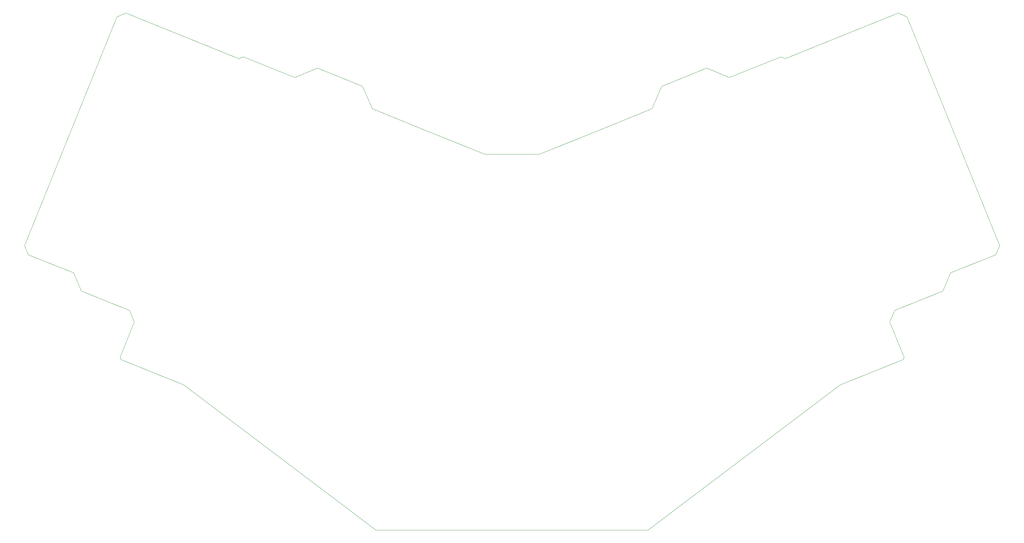
<source format=gbr>
G04 #@! TF.GenerationSoftware,KiCad,Pcbnew,(5.1.4)-1*
G04 #@! TF.CreationDate,2023-05-25T13:29:14-04:00*
G04 #@! TF.ProjectId,ThumbsUp,5468756d-6273-4557-902e-6b696361645f,rev?*
G04 #@! TF.SameCoordinates,Original*
G04 #@! TF.FileFunction,Profile,NP*
%FSLAX46Y46*%
G04 Gerber Fmt 4.6, Leading zero omitted, Abs format (unit mm)*
G04 Created by KiCad (PCBNEW (5.1.4)-1) date 2023-05-25 13:29:14*
%MOMM*%
%LPD*%
G04 APERTURE LIST*
%ADD10C,0.050000*%
G04 APERTURE END LIST*
D10*
X134684133Y-163563809D02*
X150315867Y-163563809D01*
X141500000Y-271700000D02*
X143500000Y-271700000D01*
X103390808Y-271716377D02*
X141500000Y-271700000D01*
X86489237Y-138699134D02*
X99469811Y-143943626D01*
X31392118Y-122909661D02*
X28788537Y-124014816D01*
X86489237Y-138699134D02*
X79980285Y-141462020D01*
X18487507Y-202900104D02*
X32395264Y-208519203D01*
X29932324Y-222623597D02*
X48012409Y-229928425D01*
X16277198Y-197692942D02*
X18487507Y-202900104D01*
X99469811Y-143943626D02*
X102232698Y-150452578D01*
X29656035Y-221972702D02*
X29932324Y-222623597D01*
X32395264Y-208519203D02*
X33776708Y-211773679D01*
X117994823Y-156820890D02*
X134684133Y-163563809D01*
X65145343Y-135468315D02*
X79980285Y-141462020D01*
X2191469Y-189844869D02*
X3296624Y-192448450D01*
X103390808Y-271716377D02*
X48012409Y-229928425D01*
X3296624Y-192448450D02*
X16277198Y-197692942D01*
X31392118Y-122909661D02*
X63843553Y-136020892D01*
X28788537Y-124014816D02*
X2191469Y-189844869D01*
X65145343Y-135468315D02*
X63843553Y-136020892D01*
X117994823Y-156820890D02*
X102232698Y-150452578D01*
X29656035Y-221972702D02*
X33776708Y-211773679D01*
X181609192Y-271716377D02*
X143500000Y-271700000D01*
X181609192Y-271716377D02*
X236987591Y-229928425D01*
X255067676Y-222623597D02*
X236987591Y-229928425D01*
X255343965Y-221972702D02*
X255067676Y-222623597D01*
X252604736Y-208519203D02*
X251223292Y-211773679D01*
X255343965Y-221972702D02*
X251223292Y-211773679D01*
X266512493Y-202900104D02*
X252604736Y-208519203D01*
X268722802Y-197692942D02*
X266512493Y-202900104D01*
X281703376Y-192448450D02*
X268722802Y-197692942D01*
X282808531Y-189844869D02*
X281703376Y-192448450D01*
X256211463Y-124014816D02*
X282808531Y-189844869D01*
X253607882Y-122909661D02*
X256211463Y-124014816D01*
X219854657Y-135468315D02*
X221156447Y-136020892D01*
X198510763Y-138699134D02*
X205019715Y-141462020D01*
X167005177Y-156820890D02*
X182767302Y-150452578D01*
X185530189Y-143943626D02*
X182767302Y-150452578D01*
X167005177Y-156820890D02*
X150315867Y-163563809D01*
X198510763Y-138699134D02*
X185530189Y-143943626D01*
X219854657Y-135468315D02*
X205019715Y-141462020D01*
X253607882Y-122909661D02*
X221156447Y-136020892D01*
M02*

</source>
